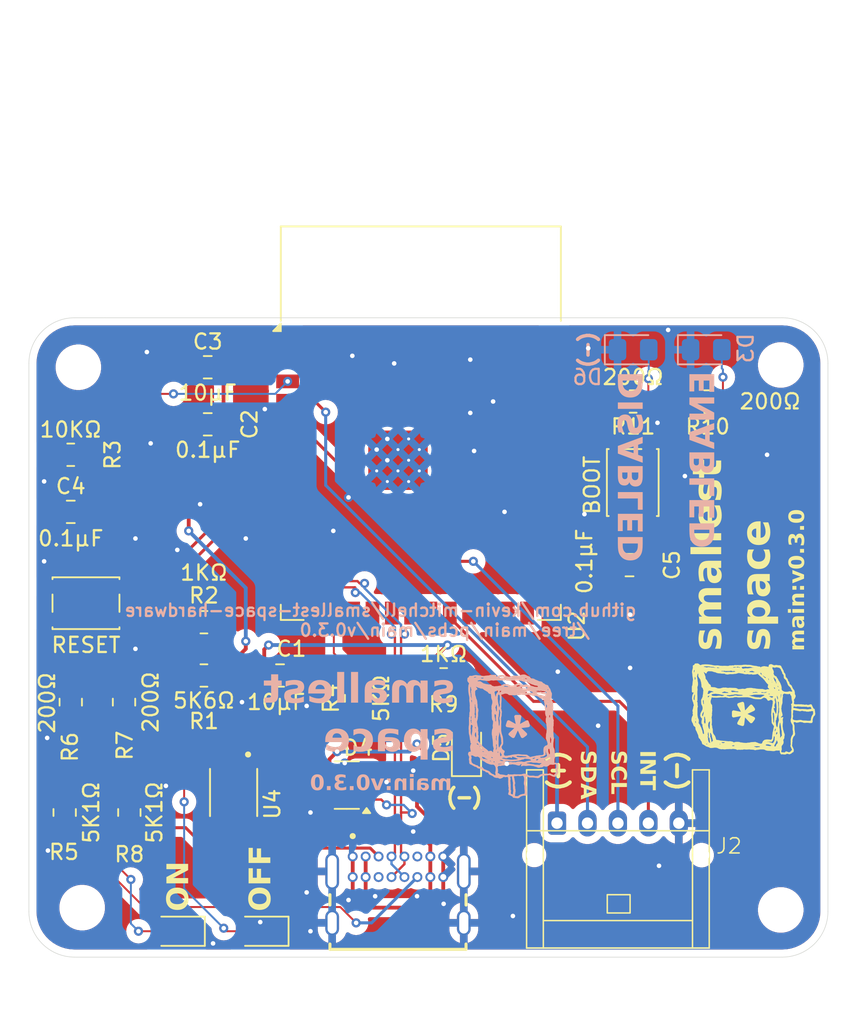
<source format=kicad_pcb>
(kicad_pcb (version 20240108) (generator "pcbnew") (generator_version "8.0")
  (title_block (title "smallest.space main v0.3.0"))
  (layers (0 "F.Cu" signal "Front") (1 "In1.Cu" signal) (2 "In2.Cu" signal) (31 "B.Cu" signal "Back") (34 "B.Paste" user) (35 "F.Paste" user) (36 "B.SilkS" user "B.Silkscreen") (37 "F.SilkS" user "F.Silkscreen") (38 "B.Mask" user) (39 "F.Mask" user) (44 "Edge.Cuts" user))
  (net 0 "")
  (net 1 "GND")
  (net 2 "Net-(U2-EN)")
  (net 4 "+3.3V")
  (net 5 "+5V")
  (net 6 "Net-(U2-IO0)")
  (net 7 "/USB_N")
  (net 9 "/USB_P")
  (net 10 "Net-(U4-ADJ)")
  (net 11 "/GPIO5")
  (net 12 "/GPIO4")
  (net 14 "Net-(D1-A)")
  (net 15 "Net-(D2-A)")
  (net 16 "/LED_ENABLED")
  (net 17 "/LED_DISABLED")
  (net 19 "Net-(D5-A)")
  (net 20 "Net-(J3-CC2)")
  (net 21 "Net-(J3-CC1)")
  (net 22 "Net-(U2-IO46)")
  (net 30 "Net-(D3-A)")
  (net 35 "Net-(D6-A)")
  (net 47 "/GPIO12")
  (net 51 "/LED_ENABLED_BACK")
  (net 52 "/LED_DISABLED_BACK")
  (footprint "Resistor_SMD:R_0805_2012Metric_Pad1.20x1.40mm_HandSolder" (layer "F.Cu") (at 136.5 125 90)
    (property "Reference" "R4" (at 0 -1.65 90) (layer "F.SilkS"))
    (property "Value" "5KΩ" (at 0 1.65 90) (layer "F.SilkS"))
    (pad "1" smd roundrect (at -1 0 90) (size 1.2 1.4) (layers "F.Cu" "F.Paste" "F.Mask") (roundrect_rratio 0.208333) (net 1 "GND"))
    (pad "2" smd roundrect (at 1 0 90) (size 1.2 1.4) (layers "F.Cu" "F.Paste" "F.Mask") (roundrect_rratio 0.208333) (net 22 "Net-(U2-IO46)"))
  )
  (footprint "Resistor_SMD:R_0805_2012Metric_Pad1.20x1.40mm_HandSolder" (layer "F.Cu") (at 117.75 125.25 90)
    (property "Reference" "R6" (at -2.95 -0.05 90) (layer "F.SilkS"))
    (property "Value" "200Ω" (at -0.05 -1.55 90) (layer "F.SilkS"))
    (pad "1" smd roundrect (at -1 0 90) (size 1.2 1.4) (layers "F.Cu" "F.Paste" "F.Mask") (roundrect_rratio 0.208333) (net 14 "Net-(D1-A)"))
    (pad "2" smd roundrect (at 1 0 90) (size 1.2 1.4) (layers "F.Cu" "F.Paste" "F.Mask") (roundrect_rratio 0.208333) (net 16 "/LED_ENABLED"))
  )
  (footprint "LED_SMD:LED_0805_2012Metric_Pad1.15x1.40mm_HandSolder" (layer "F.Cu") (at 124.7 140.3 180)
    (property "Reference" "D1" (hide yes))
    (property "Value" "ENABLED")
    (pad "1" smd roundrect (at -1.025 0 180) (size 1.15 1.4) (layers "F.Cu" "F.Paste" "F.Mask") (roundrect_rratio 0.217391) (net 1 "GND"))
    (pad "2" smd roundrect (at 1.025 0 180) (size 1.15 1.4) (layers "F.Cu" "F.Paste" "F.Mask") (roundrect_rratio 0.217391) (net 14 "Net-(D1-A)"))
  )
  (footprint "LED_SMD:LED_0805_2012Metric_Pad1.15x1.40mm_HandSolder" (layer "F.Cu") (at 143.75 128.25 90)
    (property "Reference" "D5" (at 0 -1.65 90) (layer "F.SilkS"))
    (property "Value" "Power")
    (pad "1" smd roundrect (at -1.025 0 90) (size 1.15 1.4) (layers "F.Cu" "F.Paste" "F.Mask") (roundrect_rratio 0.217391) (net 1 "GND"))
    (pad "2" smd roundrect (at 1.025 0 90) (size 1.15 1.4) (layers "F.Cu" "F.Paste" "F.Mask") (roundrect_rratio 0.217391) (net 19 "Net-(D5-A)"))
  )
  (footprint "LD39200PUR:SON95P300X300X100-7N" (layer "F.Cu") (at 128.45 131.185 -90)
    (property "Reference" "U4" (at 0.765 -2.55 90) (layer "F.SilkS"))
    (property "Value" "LD39200PUR")
    (pad "1" smd roundrect (at -1.435 -0.95 270) (size 0.86 0.4) (layers "F.Cu" "F.Paste" "F.Mask") (roundrect_rratio 0.125) (net 4 "+3.3V"))
    (pad "2" smd roundrect (at -1.435 0 270) (size 0.86 0.4) (layers "F.Cu" "F.Paste" "F.Mask") (roundrect_rratio 0.125) (net 10 "Net-(U4-ADJ)"))
    (pad "3" smd roundrect (at -1.435 0.95 270) (size 0.86 0.4) (layers "F.Cu" "F.Paste" "F.Mask") (roundrect_rratio 0.125) (net 1 "GND"))
    (pad "4" smd roundrect (at 1.435 0.95 270) (size 0.86 0.4) (layers "F.Cu" "F.Paste" "F.Mask") (roundrect_rratio 0.125))
    (pad "5" smd roundrect (at 1.435 0 270) (size 0.86 0.4) (layers "F.Cu" "F.Paste" "F.Mask") (roundrect_rratio 0.125) (net 5 "+5V"))
    (pad "6" smd roundrect (at 1.435 -0.95 270) (size 0.86 0.4) (layers "F.Cu" "F.Paste" "F.Mask") (roundrect_rratio 0.125) (net 5 "+5V"))
    (pad "7" smd rect (at 0 0 270) (size 1.63 2.37) (layers "F.Cu" "F.Mask") (net 1 "GND"))
  )
  (footprint "Resistor_SMD:R_0805_2012Metric_Pad1.20x1.40mm_HandSolder" (layer "F.Cu") (at 154.7 105.5 180)
    (property "Reference" "R11" (at 0 -1.65 0) (layer "F.SilkS"))
    (property "Value" "200Ω" (at 0 1.6 0) (layer "F.SilkS"))
    (pad "1" smd roundrect (at -1 0 180) (size 1.2 1.4) (layers "F.Cu" "F.Paste" "F.Mask") (roundrect_rratio 0.208333) (net 35 "Net-(D6-A)"))
    (pad "2" smd roundrect (at 1 0 180) (size 1.2 1.4) (layers "F.Cu" "F.Paste" "F.Mask") (roundrect_rratio 0.208333) (net 52 "/LED_DISABLED_BACK"))
  )
  (footprint "MountingHole:MountingHole_2.5mm" (layer "F.Cu") (at 164.4 138.9)
    (property "Reference" "H2" (hide yes))
    (property "Value" "MountingHole")
    (pad "" np_thru_hole circle (at 0 0) (size 2.5 2.5) (drill 2.5) (layers "*.Cu" "*.Mask"))
  )
  (footprint "Resistor_SMD:R_0805_2012Metric_Pad1.20x1.40mm_HandSolder" (layer "F.Cu") (at 126.5 120 180)
    (property "Reference" "R2" (at 0 1.75 0) (layer "F.SilkS"))
    (property "Value" "1KΩ" (at 0 3.25 0) (layer "F.SilkS"))
    (pad "1" smd roundrect (at -1 0 180) (size 1.2 1.4) (layers "F.Cu" "F.Paste" "F.Mask") (roundrect_rratio 0.208333) (net 10 "Net-(U4-ADJ)"))
    (pad "2" smd roundrect (at 1 0 180) (size 1.2 1.4) (layers "F.Cu" "F.Paste" "F.Mask") (roundrect_rratio 0.208333) (net 1 "GND"))
  )
  (footprint "Button_Switch_SMD:SW_SPST_PTS810" (layer "F.Cu") (at 118.75 118.75 180)
    (property "Reference" "SW2" (hide yes))
    (property "Value" "RESET" (at 0 -2.75 0) (layer "F.SilkS"))
    (pad "1" smd rect (at -2.075 -1.075 180) (size 1.05 0.65) (layers "F.Cu" "F.Paste" "F.Mask") (net 1 "GND"))
    (pad "1" smd rect (at 2.075 -1.075 180) (size 1.05 0.65) (layers "F.Cu" "F.Paste" "F.Mask") (net 1 "GND"))
    (pad "2" smd rect (at -2.075 1.075 180) (size 1.05 0.65) (layers "F.Cu" "F.Paste" "F.Mask") (net 2 "Net-(U2-EN)"))
    (pad "2" smd rect (at 2.075 1.075 180) (size 1.05 0.65) (layers "F.Cu" "F.Paste" "F.Mask") (net 2 "Net-(U2-EN)"))
  )
  (footprint "smallest-space-footprints:JST_S05B-PASK-2_1x05_P2.00mm_Side_entry" (layer "F.Cu") (at 153.7 133.2)
    (property "Reference" "J2" (at 7.3 1.5 0) (layer "F.SilkS") (effects (font (thickness 0.1))))
    (property "Value" "Conn_01x05_Pin")
    (pad "" np_thru_hole circle (at -5.5 2.1) (size 1 1) (drill 1.1) (layers "F&B.Cu" "*.Mask"))
    (pad "" np_thru_hole circle (at 5.5 2.1) (size 1 1) (drill 1.12) (layers "F&B.Cu" "*.Mask"))
    (pad "1" thru_hole roundrect (at -4 0) (size 1.2 1.524) (drill 0.75) (layers "*.Cu" "*.Mask") (roundrect_rratio 0.2083333333) (net 4 "+3.3V"))
    (pad "2" thru_hole oval (at -2 0) (size 1.2 1.75) (drill 0.75) (layers "*.Cu" "*.Mask") (net 12 "/GPIO4"))
    (pad "3" thru_hole oval (at 0 0) (size 1.2 1.75) (drill 0.75) (layers "*.Cu" "*.Mask") (net 11 "/GPIO5"))
    (pad "4" thru_hole oval (at 2 0) (size 1.2 1.75) (drill 0.75) (layers "*.Cu" "*.Mask") (net 47 "/GPIO12"))
    (pad "5" thru_hole oval (at 4 0) (size 1.2 1.75) (drill 0.75) (layers "*.Cu" "*.Mask") (net 1 "GND"))
  )
  (footprint "Resistor_SMD:R_0805_2012Metric_Pad1.20x1.40mm_HandSolder" (layer "F.Cu") (at 126.5 123.5)
    (property "Reference" "R1" (at 0 3 0) (layer "F.SilkS"))
    (property "Value" "5K6Ω" (at 0 1.65 0) (layer "F.SilkS"))
    (pad "1" smd roundrect (at -1 0) (size 1.2 1.4) (layers "F.Cu" "F.Paste" "F.Mask") (roundrect_rratio 0.208333) (net 10 "Net-(U4-ADJ)"))
    (pad "2" smd roundrect (at 1 0) (size 1.2 1.4) (layers "F.Cu" "F.Paste" "F.Mask") (roundrect_rratio 0.208333) (net 4 "+3.3V"))
  )
  (footprint "MountingHole:MountingHole_2.5mm" (layer "F.Cu") (at 118.5 138.75)
    (property "Reference" "H4" (hide yes))
    (property "Value" "MountingHole")
    (pad "" np_thru_hole circle (at 0 0) (size 2.5 2.5) (drill 2.5) (layers "*.Cu" "*.Mask"))
  )
  (footprint "MountingHole:MountingHole_2.5mm" (layer "F.Cu") (at 118.25 103.25)
    (property "Reference" "H1" (hide yes))
    (property "Value" "MountingHole")
    (pad "" np_thru_hole circle (at 0 0) (size 2.5 2.5) (drill 2.5) (layers "*.Cu" "*.Mask"))
  )
  (footprint "LED_SMD:LED_0805_2012Metric_Pad1.15x1.40mm_HandSolder" (layer "F.Cu") (at 130.2 140.3 180)
    (property "Reference" "D2" (hide yes))
    (property "Value" "DISABLED")
    (pad "1" smd roundrect (at -1.025 0 180) (size 1.15 1.4) (layers "F.Cu" "F.Paste" "F.Mask") (roundrect_rratio 0.217391) (net 1 "GND"))
    (pad "2" smd roundrect (at 1.025 0 180) (size 1.15 1.4) (layers "F.Cu" "F.Paste" "F.Mask") (roundrect_rratio 0.217391) (net 15 "Net-(D2-A)"))
  )
  (footprint "Capacitor_SMD:C_0805_2012Metric_Pad1.18x1.45mm_HandSolder" (layer "F.Cu") (at 126.75 107)
    (property "Reference" "C2" (at 2.75 0 90) (layer "F.SilkS"))
    (property "Value" "0.1µF" (at 0 1.68 0) (layer "F.SilkS"))
    (pad "1" smd roundrect (at -1.0375 0) (size 1.175 1.45) (layers "F.Cu" "F.Paste" "F.Mask") (roundrect_rratio 0.212766) (net 1 "GND"))
    (pad "2" smd roundrect (at 1.0375 0) (size 1.175 1.45) (layers "F.Cu" "F.Paste" "F.Mask") (roundrect_rratio 0.212766) (net 4 "+3.3V"))
  )
  (footprint "Capacitor_SMD:C_0805_2012Metric_Pad1.18x1.45mm_HandSolder" (layer "F.Cu") (at 131.5 123.5)
    (property "Reference" "C1" (at 0.75 -1.75 0) (layer "F.SilkS"))
    (property "Value" "10µF" (at -0.25 1.75 0) (layer "F.SilkS"))
    (pad "1" smd roundrect (at -1.0375 0) (size 1.175 1.45) (layers "F.Cu" "F.Paste" "F.Mask") (roundrect_rratio 0.212766) (net 4 "+3.3V"))
    (pad "2" smd roundrect (at 1.0375 0) (size 1.175 1.45) (layers "F.Cu" "F.Paste" "F.Mask") (roundrect_rratio 0.212766) (net 1 "GND"))
  )
  (footprint "Resistor_SMD:R_0805_2012Metric_Pad1.20x1.40mm_HandSolder" (layer "F.Cu") (at 121.25 125.25 90)
    (property "Reference" "R7" (at -2.85 0.05 90) (layer "F.SilkS"))
    (property "Value" "200Ω" (at 0 1.75 90) (layer "F.SilkS"))
    (pad "1" smd roundrect (at -1 0 90) (size 1.2 1.4) (layers "F.Cu" "F.Paste" "F.Mask") (roundrect_rratio 0.208333) (net 15 "Net-(D2-A)"))
    (pad "2" smd roundrect (at 1 0 90) (size 1.2 1.4) (layers "F.Cu" "F.Paste" "F.Mask") (roundrect_rratio 0.208333) (net 17 "/LED_DISABLED"))
  )
  (footprint "MountingHole:MountingHole_2.5mm" (layer "F.Cu") (at 164.4 103.1)
    (property "Reference" "H3" (hide yes))
    (property "Value" "MountingHole")
    (pad "" np_thru_hole circle (at 0 0) (size 2.5 2.5) (drill 2.5) (layers "*.Cu" "*.Mask"))
  )
  (footprint "Capacitor_SMD:C_0805_2012Metric_Pad1.18x1.45mm_HandSolder" (layer "F.Cu") (at 154.4625 116.25)
    (property "Reference" "C5" (at 2.7875 0 90) (layer "F.SilkS"))
    (property "Value" "0.1µF" (at -2.9625 -0.25 90) (layer "F.SilkS"))
    (pad "1" smd roundrect (at -1.0375 0) (size 1.175 1.45) (layers "F.Cu" "F.Paste" "F.Mask") (roundrect_rratio 0.212766) (net 6 "Net-(U2-IO0)"))
    (pad "2" smd roundrect (at 1.0375 0) (size 1.175 1.45) (layers "F.Cu" "F.Paste" "F.Mask") (roundrect_rratio 0.212766) (net 1 "GND"))
  )
  (footprint "USB4085-GF-A_REVB:GCT_USB4085-GF-A_REVB" (layer "F.Cu") (at 139.25 139.75)
    (property "Reference" "J3" (hide yes))
    (property "Value" "USB4085-GF-A_REVB")
    (pad "A1" thru_hole circle (at -2.975 -4.36) (size 0.65 0.65) (drill 0.4) (layers "*.Cu" "*.Mask") (net 1 "GND"))
    (pad "A4" thru_hole circle (at -2.125 -4.36) (size 0.65 0.65) (drill 0.4) (layers "*.Cu" "*.Mask") (net 5 "+5V"))
    (pad "A5" thru_hole circle (at -1.275 -4.36) (size 0.65 0.65) (drill 0.4) (layers "*.Cu" "*.Mask") (net 21 "Net-(J3-CC1)"))
    (pad "A6" thru_hole circle (at -0.425 -4.36) (size 0.65 0.65) (drill 0.4) (layers "*.Cu" "*.Mask") (net 9 "/USB_P"))
    (pad "A7" thru_hole circle (at 0.425 -4.36) (size 0.65 0.65) (drill 0.4) (layers "*.Cu" "*.Mask") (net 7 "/USB_N"))
    (pad "A8" thru_hole circle (at 1.275 -4.36) (size 0.65 0.65) (drill 0.4) (layers "*.Cu" "*.Mask"))
    (pad "A9" thru_hole circle (at 2.125 -4.36) (size 0.65 0.65) (drill 0.4) (layers "*.Cu" "*.Mask") (net 5 "+5V"))
    (pad "A12" thru_hole circle (at 2.975 -4.36) (size 0.65 0.65) (drill 0.4) (layers "*.Cu" "*.Mask") (net 1 "GND"))
    (pad "B1" thru_hole circle (at 2.975 -3.01) (size 0.65 0.65) (drill 0.4) (layers "*.Cu" "*.Mask") (net 1 "GND"))
    (pad "B4" thru_hole circle (at 2.125 -3.01) (size 0.65 0.65) (drill 0.4) (layers "*.Cu" "*.Mask") (net 5 "+5V"))
    (pad "B5" thru_hole circle (at 1.275 -3.01) (size 0.65 0.65) (drill 0.4) (layers "*.Cu" "*.Mask") (net 20 "Net-(J3-CC2)"))
    (pad "B6" thru_hole circle (at 0.425 -3.01) (size 0.65 0.65) (drill 0.4) (layers "*.Cu" "*.Mask") (net 9 "/USB_P"))
    (pad "B7" thru_hole circle (at -0.425 -3.01) (size 0.65 0.65) (drill 0.4) (layers "*.Cu" "*.Mask") (net 7 "/USB_N"))
    (pad "B8" thru_hole circle (at -1.275 -3.01) (size 0.65 0.65) (drill 0.4) (layers "*.Cu" "*.Mask"))
    (pad "B9" thru_hole circle (at -2.125 -3.01) (size 0.65 0.65) (drill 0.4) (layers "*.Cu" "*.Mask") (net 5 "+5V"))
    (pad "B12" thru_hole circle (at -2.975 -3.01) (size 0.65 0.65) (drill 0.4) (layers "*.Cu" "*.Mask") (net 1 "GND"))
    (pad "S1" thru_hole oval (at -4.325 0) (size 0.9 1.7) (drill oval 0.6 1.4) (layers "*.Cu" "*.Mask") (net 1 "GND"))
    (pad "S2" thru_hole oval (at 4.325 0) (size 0.9 1.7) (drill oval 0.6 1.4) (layers "*.Cu" "*.Mask") (net 1 "GND"))
    (pad "S3" thru_hole oval (at -4.325 -3.38) (size 0.9 2.4) (drill oval 0.6 2.1) (layers "*.Cu" "*.Mask") (net 1 "GND"))
    (pad "S4" thru_hole oval (at 4.325 -3.38) (size 0.9 2.4) (drill oval 0.6 2.1) (layers "*.Cu" "*.Mask") (net 1 "GND"))
  )
  (footprint "Capacitor_SMD:C_0805_2012Metric_Pad1.18x1.45mm_HandSolder" (layer "F.Cu") (at 117.75 112.75)
    (property "Reference" "C4" (at 0 -1.68 0) (layer "F.SilkS"))
    (property "Value" "0.1µF" (at 0 1.75 0) (layer "F.SilkS"))
    (pad "1" smd roundrect (at -1.0375 0) (size 1.175 1.45) (layers "F.Cu" "F.Paste" "F.Mask") (roundrect_rratio 0.212766) (net 2 "Net-(U2-EN)"))
    (pad "2" smd roundrect (at 1.0375 0) (size 1.175 1.45) (layers "F.Cu" "F.Paste" "F.Mask") (roundrect_rratio 0.212766) (net 1 "GND"))
  )
  (footprint "smallest-space-graphics-footprint:smallest_space_1" (layer "F.Cu") (at 162.6 125.7 90)
    (property "Reference" "G***" (hide yes))
    (property "Value" "LOGO" (hide yes))
  )
  (footprint "Capacitor_SMD:C_0805_2012Metric_Pad1.18x1.45mm_HandSolder" (layer "F.Cu") (at 126.75 103.25)
    (property "Reference" "C3" (at 0 -1.68 0) (layer "F.SilkS"))
    (property "Value" "10µF" (at 0 1.68 0) (layer "F.SilkS"))
    (pad "1" smd roundrect (at -1.0375 0) (size 1.175 1.45) (layers "F.Cu" "F.Paste" "F.Mask") (roundrect_rratio 0.212766) (net 1 "GND"))
    (pad "2" smd roundrect (at 1.0375 0) (size 1.175 1.45) (layers "F.Cu" "F.Paste" "F.Mask") (roundrect_rratio 0.212766) (net 4 "+3.3V"))
  )
  (footprint "Button_Switch_SMD:SW_SPST_PTS810" (layer "F.Cu") (at 154.675 110.825 -90)
    (property "Reference" "SW1" (hide yes))
    (property "Value" "BOOT" (at 0.175 2.675 90) (layer "F.SilkS"))
    (pad "1" smd rect (at -2.075 -1.075 270) (size 1.05 0.65) (layers "F.Cu" "F.Paste" "F.Mask") (net 1 "GND"))
    (pad "1" smd rect (at 2.075 -1.075 270) (size 1.05 0.65) (layers "F.Cu" "F.Paste" "F.Mask") (net 1 "GND"))
    (pad "2" smd rect (at -2.075 1.075 270) (size 1.05 0.65) (layers "F.Cu" "F.Paste" "F.Mask") (net 6 "Net-(U2-IO0)"))
    (pad "2" smd rect (at 2.075 1.075 270) (size 1.05 0.65) (layers "F.Cu" "F.Paste" "F.Mask") (net 6 "Net-(U2-IO0)"))
  )
  (footprint "Resistor_SMD:R_0805_2012Metric_Pad1.20x1.40mm_HandSolder" (layer "F.Cu") (at 142.25 123.75 180)
    (property "Reference" "R9" (at 0 -1.65 0) (layer "F.SilkS"))
    (property "Value" "1KΩ" (at 0 1.65 0) (layer "F.SilkS"))
    (pad "1" smd roundrect (at -1 0 180) (size 1.2 1.4) (layers "F.Cu" "F.Paste" "F.Mask") (roundrect_rratio 0.208333) (net 19 "Net-(D5-A)"))
    (pad "2" smd roundrect (at 1 0 180) (size 1.2 1.4) (layers "F.Cu" "F.Paste" "F.Mask") (roundrect_rratio 0.208333) (net 4 "+3.3V"))
  )
  (footprint "RF_Module:ESP32-S3-WROOM-1" (layer "F.Cu") (at 140.75 106.9)
    (property "Reference" "U2" (at 10.25 13.35 90) (layer "F.SilkS"))
    (property "Value" "ESP32-S3-WROOM-1")
    (pad "1" smd rect (at -8.75 -5.26) (size 1.5 0.9) (layers "F.Cu" "F.Paste" "F.Mask") (net 1 "GND"))
    (pad "2" smd rect (at -8.75 -3.99) (size 1.5 0.9) (layers "F.Cu" "F.Paste" "F.Mask") (net 4 "+3.3V"))
    (pad "3" smd rect (at -8.75 -2.72) (size 1.5 0.9) (layers "F.Cu" "F.Paste" "F.Mask") (net 2 "Net-(U2-EN)"))
    (pad "4" smd rect (at -8.75 -1.45) (size 1.5 0.9) (layers "F.Cu" "F.Paste" "F.Mask") (net 12 "/GPIO4"))
    (pad "5" smd rect (at -8.75 -0.18) (size 1.5 0.9) (layers "F.Cu" "F.Paste" "F.Mask") (net 11 "/GPIO5"))
    (pad "6" smd rect (at -8.75 1.09) (size 1.5 0.9) (layers "F.Cu" "F.Paste" "F.Mask") (net 16 "/LED_ENABLED"))
    (pad "7" smd rect (at -8.75 2.36) (size 1.5 0.9) (layers "F.Cu" "F.Paste" "F.Mask") (net 17 "/LED_DISABLED"))
    (pad "8" smd rect (at -8.75 3.63) (size 1.5 0.9) (layers "F.Cu" "F.Paste" "F.Mask"))
    (pad "9" smd rect (at -8.75 4.9) (size 1.5 0.9) (layers "F.Cu" "F.Paste" "F.Mask"))
    (pad "10" smd rect (at -8.75 6.17) (size 1.5 0.9) (layers "F.Cu" "F.Paste" "F.Mask"))
    (pad "11" smd rect (at -8.75 7.44) (size 1.5 0.9) (layers "F.Cu" "F.Paste" "F.Mask"))
    (pad "12" smd rect (at -8.75 8.71) (size 1.5 0.9) (layers "F.Cu" "F.Paste" "F.Mask"))
    (pad "13" smd rect (at -8.75 9.98) (size 1.5 0.9) (layers "F.Cu" "F.Paste" "F.Mask") (net 7 "/USB_N"))
    (pad "14" smd rect (at -8.75 11.25 180) (size 1.5 0.9) (layers "F.Cu" "F.Paste" "F.Mask") (net 9 "/USB_P"))
    (pad "15" smd rect (at -6.985 12.5 270) (size 1.5 0.9) (layers "F.Cu" "F.Paste" "F.Mask"))
    (pad "16" smd rect (at -5.715 12.5 270) (size 1.5 0.9) (layers "F.Cu" "F.Paste" "F.Mask") (net 22 "Net-(U2-IO46)"))
    (pad "17" smd rect (at -4.445 12.5 270) (size 1.5 0.9) (layers "F.Cu" "F.Paste" "F.Mask"))
    (pad "18" smd rect (at -3.175 12.5 270) (size 1.5 0.9) (layers "F.Cu" "F.Paste" "F.Mask"))
    (pad "19" smd rect (at -1.905 12.5 270) (size 1.5 0.9) (layers "F.Cu" "F.Paste" "F.Mask"))
    (pad "20" smd rect (at -0.635 12.5 270) (size 1.5 0.9) (layers "F.Cu" "F.Paste" "F.Mask"))
    (pad "21" smd rect (at 0.635 12.5 270) (size 1.5 0.9) (layers "F.Cu" "F.Paste" "F.Mask"))
    (pad "22" smd rect (at 1.905 12.5 270) (size 1.5 0.9) (layers "F.Cu" "F.Paste" "F.Mask") (net 47 "/GPIO12"))
    (pad "23" smd rect (at 3.175 12.5 270) (size 1.5 0.9) (layers "F.Cu" "F.Paste" "F.Mask"))
    (pad "24" smd rect (at 4.445 12.5 270) (size 1.5 0.9) (layers "F.Cu" "F.Paste" "F.Mask"))
    (pad "25" smd rect (at 5.715 12.5 270) (size 1.5 0.9) (layers "F.Cu" "F.Paste" "F.Mask"))
    (pad "26" smd rect (at 6.985 12.5 270) (size 1.5 0.9) (layers "F.Cu" "F.Paste" "F.Mask"))
    (pad "27" smd rect (at 8.75 11.25) (size 1.5 0.9) (layers "F.Cu" "F.Paste" "F.Mask") (net 6 "Net-(U2-IO0)"))
    (pad "28" smd rect (at 8.75 9.98) (size 1.5 0.9) (layers "F.Cu" "F.Paste" "F.Mask"))
    (pad "29" smd rect (at 8.75 8.71) (size 1.5 0.9) (layers "F.Cu" "F.Paste" "F.Mask"))
    (pad "30" smd rect (at 8.75 7.44) (size 1.5 0.9) (layers "F.Cu" "F.Paste" "F.Mask"))
    (pad "31" smd rect (at 8.75 6.17) (size 1.5 0.9) (layers "F.Cu" "F.Paste" "F.Mask"))
    (pad "32" smd rect (at 8.75 4.9) (size 1.5 0.9) (layers "F.Cu" "F.Paste" "F.Mask"))
    (pad "33" smd rect (at 8.75 3.63) (size 1.5 0.9) (layers "F.Cu" "F.Paste" "F.Mask") (net 51 "/LED_ENABLED_BACK"))
    (pad "34" smd rect (at 8.75 2.36) (size 1.5 0.9) (layers "F.Cu" "F.Paste" "F.Mask") (net 52 "/LED_DISABLED_BACK"))
    (pad "35" smd rect (at 8.75 1.09) (size 1.5 0.9) (layers "F.Cu" "F.Paste" "F.Mask"))
    (pad "36" smd rect (at 8.75 -0.18) (size 1.5 0.9) (layers "F.Cu" "F.Paste" "F.Mask"))
    (pad "37" smd rect (at 8.75 -1.45) (size 1.5 0.9) (layers "F.Cu" "F.Paste" "F.Mask"))
    (pad "38" smd rect (at 8.75 -2.72) (size 1.5 0.9) (layers "F.Cu" "F.Paste" "F.Mask"))
    (pad "39" smd rect (at 8.75 -3.99) (size 1.5 0.9) (layers "F.Cu" "F.Paste" "F.Mask"))
    (pad "40" smd rect (at 8.75 -5.26) (size 1.5 0.9) (layers "F.Cu" "F.Paste" "F.Mask") (net 1 "GND"))
    (pad "41" thru_hole circle (at -2.9 1.76 90) (size 0.6 0.6) (drill 0.3) (property pad_prop_heatsink) (layers "*.Cu" "F.Mask") (net 1 "GND"))
    (pad "41" thru_hole circle (at -2.9 3.16) (size 0.6 0.6) (drill 0.2) (property pad_prop_heatsink) (layers "*.Cu" "F.Mask") (net 1 "GND"))
    (pad "41" thru_hole circle (at -2.2 1.06) (size 0.6 0.6) (drill 0.3) (property pad_prop_heatsink) (layers "*.Cu" "F.Mask") (net 1 "GND"))
    (pad "41" thru_hole circle (at -2.2 2.46) (size 0.6 0.6) (drill 0.3) (property pad_prop_heatsink) (layers "*.Cu" "F.Mask") (net 1 "GND"))
    (pad "41" thru_hole circle (at -2.2 3.86) (size 0.6 0.6) (drill 0.2) (property pad_prop_heatsink) (layers "*.Cu" "F.Mask") (net 1 "GND"))
    (pad "41" thru_hole circle (at -1.5 1.76) (size 0.6 0.6) (drill 0.2) (property pad_prop_heatsink) (layers "*.Cu" "F.Mask") (net 1 "GND"))
    (pad "41" smd rect (at -1.5 2.46 270) (size 3.9 3.9) (layers "F.Cu" "F.Mask") (net 1 "GND"))
    (pad "41" thru_hole circle (at -1.5 3.16) (size 0.6 0.6) (drill 0.2) (property pad_prop_heatsink) (layers "*.Cu" "F.Mask") (net 1 "GND"))
    (pad "41" thru_hole circle (at -0.8 1.06) (size 0.6 0.6) (drill 0.2) (property pad_prop_heatsink) (layers "*.Cu" "F.Mask") (net 1 "GND"))
    (pad "41" thru_hole circle (at -0.8 2.46) (size 0.6 0.6) (drill 0.2) (property pad_prop_heatsink) (layers "*.Cu" "F.Mask") (net 1 "GND"))
    (pad "41" thru_hole circle (at -0.8 3.86) (size 0.6 0.6) (drill 0.2) (property pad_prop_heatsink) (layers "*.Cu" "F.Mask") (net 1 "GND"))
    (pad "41" thru_hole circle (at -0.1 1.76) (size 0.6 0.6) (drill 0.2) (property pad_prop_heatsink) (layers "*.Cu" "F.Mask") (net 1 "GND"))
    (pad "41" thru_hole circle (at -0.1 3.16) (size 0.6 0.6) (drill 0.2) (property pad_prop_heatsink) (layers "*.Cu" "F.Mask") (net 1 "GND"))
    (zone (net 0) (net_name "") (layers "F.Cu" "In1.Cu" "B.Cu") (connect_pads (clearance 0)) (min_thickness 0.254)
      (keepout (tracks not_allowed) (vias not_allowed) (pads not_allowed) (copperpour not_allowed) (footprints not_allowed))
      (fill (thermal_gap 0.508) (thermal_bridge_width 0.508))
      (polygon (pts (xy 116.75 100.15) (xy 164.75 100.15) (xy 164.75 79.15) (xy 116.75 79.15)))
    )
  )
  (footprint "Resistor_SMD:R_0805_2012Metric_Pad1.20x1.40mm_HandSolder" (layer "F.Cu") (at 159.6 105.5 180)
    (property "Reference" "R10" (at 0 -1.65 0) (layer "F.SilkS"))
    (property "Value" "200Ω" (at -4.1 0 0) (layer "F.SilkS"))
    (pad "1" smd roundrect (at -1 0 180) (size 1.2 1.4) (layers "F.Cu" "F.Paste" "F.Mask") (roundrect_rratio 0.208333) (net 30 "Net-(D3-A)"))
    (pad "2" smd roundrect (at 1 0 180) (size 1.2 1.4) (layers "F.Cu" "F.Paste" "F.Mask") (roundrect_rratio 0.208333) (net 51 "/LED_ENABLED_BACK"))
  )
  (footprint "Package_TO_SOT_SMD:SOT-23-6" (layer "F.Cu") (at 135.8875 130.7 180)
    (property "Reference" "D4" (at -0.75 2.45 0) (layer "F.SilkS"))
    (property "Value" "ESDA6V1BC6")
    (pad "1" smd roundrect (at -1.1375 -0.95 180) (size 1.325 0.6) (layers "F.Cu" "F.Paste" "F.Mask") (net 7 "/USB_N"))
    (pad "2" smd roundrect (at -1.1375 0 180) (size 1.325 0.6) (layers "F.Cu" "F.Paste" "F.Mask") (net 1 "GND"))
    (pad "3" smd roundrect (at -1.1375 0.95 180) (size 1.325 0.6) (layers "F.Cu" "F.Paste" "F.Mask") (net 9 "/USB_P"))
    (pad "4" smd roundrect (at 1.1375 0.95 180) (size 1.325 0.6) (layers "F.Cu" "F.Paste" "F.Mask") (net 5 "+5V"))
    (pad "5" smd roundrect (at 1.1375 0 180) (size 1.325 0.6) (layers "F.Cu" "F.Paste" "F.Mask") (net 1 "GND"))
    (pad "6" smd roundrect (at 1.1375 -0.95 180) (size 1.325 0.6) (layers "F.Cu" "F.Paste" "F.Mask"))
  )
  (footprint "Resistor_SMD:R_0805_2012Metric_Pad1.20x1.40mm_HandSolder" (layer "F.Cu") (at 121.6 132.5 90)
    (property "Reference" "R8" (at -2.75 0 180) (layer "F.SilkS"))
    (property "Value" "5K1Ω" (at 0 1.65 90) (layer "F.SilkS"))
    (pad "1" smd roundrect (at -1 0 90) (size 1.2 1.4) (layers "F.Cu" "F.Paste" "F.Mask") (roundrect_rratio 0.208333) (net 21 "Net-(J3-CC1)"))
    (pad "2" smd roundrect (at 1 0 90) (size 1.2 1.4) (layers "F.Cu" "F.Paste" "F.Mask") (roundrect_rratio 0.208333) (net 1 "GND"))
  )
  (footprint "Resistor_SMD:R_0805_2012Metric_Pad1.20x1.40mm_HandSolder" (layer "F.Cu") (at 117.35 132.5 90)
    (property "Reference" "R5" (at -2.6 -0.05 180) (layer "F.SilkS"))
    (property "Value" "5K1Ω" (at 0 1.75 90) (layer "F.SilkS"))
    (pad "1" smd roundrect (at -1 0 90) (size 1.2 1.4) (layers "F.Cu" "F.Paste" "F.Mask") (roundrect_rratio 0.208333) (net 20 "Net-(J3-CC2)"))
    (pad "2" smd roundrect (at 1 0 90) (size 1.2 1.4) (layers "F.Cu" "F.Paste" "F.Mask") (roundrect_rratio 0.208333) (net 1 "GND"))
  )
  (footprint "Resistor_SMD:R_0805_2012Metric_Pad1.20x1.40mm_HandSolder" (layer "F.Cu") (at 117.75 109 180)
    (property "Reference" "R3" (at -2.75 0 90) (layer "F.SilkS"))
    (property "Value" "10KΩ" (at 0 1.65 0) (layer "F.SilkS"))
    (pad "1" smd roundrect (at -1 0 180) (size 1.2 1.4) (layers "F.Cu" "F.Paste" "F.Mask") (roundrect_rratio 0.208333) (net 4 "+3.3V"))
    (pad "2" smd roundrect (at 1 0 180) (size 1.2 1.4) (layers "F.Cu" "F.Paste" "F.Mask") (roundrect_rratio 0.208333) (net 2 "Net-(U2-EN)"))
  )
  (footprint "smallest-space-graphics-footprint:smallest_space_1" (layer "B.Cu") (at 146.8 127.5 180)
    (property "Reference" "G***" (hide yes))
    (property "Value" "LOGO" (hide yes))
  )
  (footprint "LED_SMD:LED_0805_2012Metric_Pad1.15x1.40mm_HandSolder" (layer "B.Cu") (at 154.7 102.1)
    (property "Reference" "D6" (at -3 1.8 0) (layer "B.SilkS") (effects (justify mirror)))
    (property "Value" "DISABLED")
    (pad "1" smd roundrect (at -1.025 0) (size 1.15 1.4) (layers "B.Cu" "B.Paste" "B.Mask") (roundrect_rratio 0.217391) (net 1 "GND"))
    (pad "2" smd roundrect (at 1.025 0) (size 1.15 1.4) (layers "B.Cu" "B.Paste" "B.Mask") (roundrect_rratio 0.217391) (net 35 "Net-(D6-A)"))
  )
  (footprint "LED_SMD:LED_0805_2012Metric_Pad1.15x1.40mm_HandSolder" (layer "B.Cu") (at 159.5 102.1)
    (property "Reference" "D3" (at 2.6 -0.1 90) (layer "B.SilkS") (effects (justify mirror)))
    (property "Value" "ENABLED")
    (pad "1" smd roundrect (at -1.025 0) (size 1.15 1.4) (layers "B.Cu" "B.Paste" "B.Mask") (roundrect_rratio 0.217391) (net 1 "GND"))
    (pad "2" smd roundrect (at 1.025 0) (size 1.15 1.4) (layers "B.Cu" "B.Paste" "B.Mask") (roundrect_rratio 0.217391) (net 30 "Net-(D3-A)"))
  )
  (gr_arc (start 167.5 139) (mid 166.62132 141.12132) (end 164.5 142) (stroke (width 0.0381)) (layer "Edge.Cuts"))
  (gr_line (start 167.5 103) (end 167.5 139) (stroke (width 0.0381)) (layer "Edge.Cuts"))
  (gr_line (start 115 139) (end 115 103) (stroke (width 0.0381)) (layer "Edge.Cuts"))
  (gr_line (start 164.5 142) (end 118 142) (stroke (width 0.0381)) (layer "Edge.Cuts"))
  (gr_arc (start 115 103) (mid 115.87868 100.87868) (end 118 100) (stroke (width 0.0381)) (layer "Edge.Cuts"))
  (gr_line (start 118 100) (end 120 100) (stroke (width 0.0381)) (layer "Edge.Cuts"))
  (gr_arc (start 118 142) (mid 115.87868 141.12132) (end 115 139) (stroke (width 0.0381)) (layer "Edge.Cuts"))
  (gr_arc (start 164.5 100) (mid 166.62132 100.87868) (end 167.5 103) (stroke (width 0.0381)) (layer "Edge.Cuts"))
  (gr_line (start 120 100) (end 164.5 100) (stroke (width 0.0381)) (layer "Edge.Cuts"))
  (gr_text "main:v0.3.0" (at 142.8 131.2 0) (layer "B.SilkS") (effects (font (size 1 1) (thickness 0.175) (bold yes)) (justify left bottom mirror)))
  (gr_text "smallest\nspace" (at 143 128.8 0) (layer "B.SilkS") (effects (font (size 1.9 1.9) (thickness 0.3048) (bold yes)) (justify left bottom mirror)))
  (gr_text "(-)" (at 152.2 100.8 90) (layer "B.SilkS") (effects (font (size 0.9 0.9) (thickness 0.225) (bold yes)) (justify left bottom mirror)))
  (gr_text "DISABLED" (at 155.6 103.5 90) (layer "B.SilkS") (effects (font (size 1.6 1.6) (thickness 0.3048) (bold yes)) (justify left bottom mirror)))
  (gr_text "github.com/kevin-mitchell/smallest-space-hardware\n	/tree/main/pcbs/main/v0.3.0" (at 155 121 0) (layer "B.SilkS") (effects (font (size 0.8128 0.8128) (thickness 0.1524) (bold yes)) (justify left bottom mirror)))
  (gr_text "ENABLED" (at 160.3 103.5 90) (layer "B.SilkS") (effects (font (size 1.6 1.6) (thickness 0.3048) (bold yes)) (justify left bottom mirror)))
  (gr_text "ON" (at 125.7 139 90) (layer "F.SilkS") (effects (font (size 1.4 1.4) (thickness 0.3048) (bold yes)) (justify left bottom)))
  (gr_text "smallest\nspace" (at 164 121.9 90) (layer "F.SilkS") (effects (font (size 1.9 1.9) (thickness 0.3048) (bold yes)) (justify left bottom)))
  (gr_text "OFF" (at 131.1 139 90) (layer "F.SilkS") (effects (font (size 1.4 1.4) (thickness 0.3048) (bold yes)) (justify left bottom)))
  (gr_text "INT" (at 155 128.4 270) (layer "F.SilkS") (effects (font (size 1 1) (thickness 0.25) (bold yes)) (justify left bottom)))
  (gr_text "(-)" (at 158.1 131.2 90) (layer "F.SilkS") (effects (font (size 1 1) (thickness 0.25) (bold yes)) (justify left bottom)))
  (gr_text "(-)" (at 142.3 132 0) (layer "F.SilkS") (effects (font (size 0.9 0.9) (thickness 0.225) (bold yes)) (justify left bottom)))
  (gr_text "main:v0.3.0" (at 166.1 121.9 90) (layer "F.SilkS") (effects (font (size 1 1) (thickness 0.175) (bold yes)) (justify left bottom)))
  (gr_text "(+)" (at 150.3 131.2 90) (layer "F.SilkS") (effects (font (size 1 1) (thickness 0.25) (bold yes)) (justify left bottom)))
  (gr_text "SCL" (at 153.1 128.4 -90) (layer "F.SilkS") (effects (font (size 1 1) (thickness 0.25) (bold yes)) (justify left bottom)))
  (gr_text "SDA" (at 151.1 128.4 -90) (layer "F.SilkS") (effects (font (size 1 1) (thickness 0.25) (bold yes)) (justify left bottom)))
  (segment (start 142.225 138.475) (end 142.25 138.5) (width 0.25) (layer "F.Cu") (net 1))
  (segment (start 136.275 136.74) (end 136.275 137.975) (width 0.25) (layer "F.Cu") (net 1))
  (segment (start 142.225 136.74) (end 142.225 135.39) (width 0.25) (layer "F.Cu") (net 1))
  (segment (start 142.225 136.74) (end 142.225 138.475) (width 0.25) (layer "F.Cu") (net 1))
  (segment (start 136.275 135.39) (end 136.275 136.74) (width 0.25) (layer "F.Cu") (net 1))
  (segment (start 136.275 137.975) (end 136 138.25) (width 0.25) (layer "F.Cu") (net 1))
  (via (at 154.5 123) (size 0.6) (drill 0.3) (layers "F.Cu" "B.Cu") (net 1))
  (via (at 137.75 138) (size 0.6) (drill 0.3) (layers "F.Cu" "B.Cu") (net 1))
  (via (at 133.5 140.3) (size 0.6) (drill 0.3) (layers "F.Cu" "B.Cu") (net 1))
  (via (at 130.2 139.7) (size 0.6) (drill 0.3) (layers "F.Cu" "B.Cu") (net 1))
  (via (at 116.2 127.6) (size 0.6) (drill 0.3) (layers "F.Cu" "B.Cu") (net 1))
  (via (at 138.5 130.5) (size 0.6) (drill 0.3) (layers "F.Cu" "B.Cu") (net 1))
  (via (at 156.3 106.9) (size 0.6) (drill 0.3) (layers "F.Cu" "B.Cu") (net 1))
  (via (at 151.75 102) (size 0.6) (drill 0.3) (layers "F.Cu" "B.Cu") (net 1))
  (via (at 146.8 139.3) (size 0.6) (drill 0.3) (layers "F.Cu" "B.Cu") (net 1))
  (via (at 149.75 123.25) (size 0.6) (drill 0.3) (layers "F.Cu" "B.Cu") (net 1))
  (via (at 126.25 112.25) (size 0.6) (drill 0.3) (layers "F.Cu" "B.Cu") (net 1))
  (via (at 116.25 135) (size 0.6) (drill 0.3) (layers "F.Cu" "B.Cu") (net 1))
  (via (at 133.5 132.5) (size 0.6) (drill 0.3) (layers "F.Cu" "B.Cu") (net 1))
  (via (at 152.4 126.8) (size 0.6) (drill 0.3) (layers "F.Cu" "B.Cu") (net 1))
  (via (at 122 121.75) (size 0.6) (drill 0.3) (layers "F.Cu" "B.Cu") (net 1))
  (via (at 135 114) (size 0.6) (drill 0.3) (layers "F.Cu" "B.Cu") (net 1))
  (via (at 163.5 109) (size 0.6) (drill 0.3) (layers "F.Cu" "B.Cu") (net 1))
  (via (at 124 130.75) (size 0.6) (drill 0.3) (layers "F.Cu" "B.Cu") (net 1))
  (via (at 124.75 115.25) (size 0.6) (drill 0.3) (layers "F.Cu" "B.Cu") (net 1))
  (via (at 144 102.75) (size 0.6) (drill 0.3) (layers "F.Cu" "B.Cu") (net 1))
  (via (at 158.1 110.4) (size 0.6) (drill 0.3) (layers "F.Cu" "B.Cu") (net 1))
  (via (at 144.25 108.75) (size 0.6) (drill 0.3) (layers "F.Cu" "B.Cu") (net 1))
  (via (at 129.25 114.5) (size 0.6) (drill 0.3) (layers "F.Cu" "B.Cu") (net 1))
  (via (at 123 108.25) (size 0.6) (drill 0.3) (layers "F.Cu" "B.Cu") (net 1))
  (via (at 142.25 138.5) (size 0.6) (drill 0.3) (layers "F.Cu" "B.Cu") (net 1))
  (via (at 145.5 105.5) (size 0.6) (drill 0.3) (layers "F.Cu" "B.Cu") (net 1))
  (via (at 129 125.25) (size 0.6) (drill 0.3) (layers "F.Cu" "B.Cu") (net 1))
  (via (at 127.1 141.1) (size 0.6) (drill 0.3) (layers "F.Cu" "B.Cu") (net 1))
  (via (at 133.25 137.75) (size 0.6) (drill 0.3) (layers "F.Cu" "B.Cu") (net 1))
  (via (at 140.5 138) (size 0.6) (drill 0.3) (layers "F.Cu" "B.Cu") (net 1))
  (via (at 136 111.8) (size 0.6) (drill 0.3) (layers "F.Cu" "B.Cu") (net 1))
  (via (at 146.4 129.3) (size 0.6) (drill 0.3) (layers "F.Cu" "B.Cu") (net 1))
  (via (at 157 100.8) (size 0.6) (drill 0.3) (layers "F.Cu" "B.Cu") (net 1))
  (via (at 146.25 112.75) (size 0.6) (drill 0.3) (layers "F.Cu" "B.Cu") (net 1))
  (via (at 140.25 129.75) (size 0.6) (drill 0.3) (layers "F.Cu" "B.Cu") (net 1))
  (via (at 135.75 129.25) (size 0.6) (drill 0.3) (layers "F.Cu" "B.Cu") (net 1))
  (via (at 140.25 133.75) (size 0.6) (drill 0.3) (layers "F.Cu" "B.Cu") (net 1))
  (via (at 139 103) (size 0.6) (drill 0.3) (layers "F.Cu" "B.Cu") (net 1))
  (via (at 122.75 102.25) (size 0.6) (drill 0.3) (layers "F.Cu" "B.Cu") (net 1))
  (via (at 133.25 125.5) (size 0.6) (drill 0.3) (layers "F.Cu" "B.Cu") (net 1))
  (via (at 151.5 112.9) (size 0.6) (drill 0.3) (layers "F.Cu" "B.Cu") (net 1))
  (via (at 156.4 136) (size 0.6) (drill 0.3) (layers "F.Cu" "B.Cu") (net 1))
  (via (at 144 106.25) (size 0.6) (drill 0.3) (layers "F.Cu" "B.Cu") (net 1))
  (via (at 116 110.75) (size 0.6) (drill 0.3) (layers "F.Cu" "B.Cu") (net 1))
  (via (at 136 138.25) (size 0.6) (drill 0.3) (layers "F.Cu" "B.Cu") (net 1))
  (via (at 130.5 106) (size 0.6) (drill 0.3) (layers "F.Cu" "B.Cu") (net 1))
  (via (at 154.5 119.5) (size 0.6) (drill 0.3) (layers "F.Cu" "B.Cu") (net 1))
  (via (at 122 114.5) (size 0.6) (drill 0.3) (layers "F.Cu" "B.Cu") (net 1))
  (via (at 136.25 102.5) (size 0.6) (drill 0.3) (layers "F.Cu" "B.Cu") (net 1))
  (via (at 116 116) (size 0.6) (drill 0.3) (layers "F.Cu" "B.Cu") (net 1))
  (segment (start 116.7125 117.6375) (end 116.675 117.675) (width 0.127) (layer "F.Cu") (net 2))
  (segment (start 120.75 105) (end 116.75 109) (width 0.127) (layer "F.Cu") (net 2))
  (segment (start 116.7125 112.75) (end 116.7125 117.6375) (width 0.127) (layer "F.Cu") (net 2))
  (segment (start 116.675 117.675) (end 120.825 117.675) (width 0.127) (layer "F.Cu") (net 2))
  (segment (start 116.75 109) (end 116.75 112.7125) (width 0.127) (layer "F.Cu") (net 2))
  (segment (start 124.5 105) (end 120.75 105) (width 0.127) (layer "F.Cu") (net 2))
  (segment (start 116.75 112.7125) (end 116.7125 112.75) (width 0.127) (layer "F.Cu") (net 2))
  (via (at 132 104.18) (size 0.6) (drill 0.3) (layers "F.Cu" "B.Cu") (net 2))
  (via (at 124.5 105) (size 0.6) (drill 0.3) (layers "F.Cu" "B.Cu") (net 2))
  (segment (start 131.18 105) (end 132 104.18) (width 0.127) (layer "B.Cu") (net 2))
  (segment (start 124.5 105) (end 131.18 105) (width 0.127) (layer "B.Cu") (net 2))
  (segment (start 130.4625 123.5) (end 127.5 123.5) (width 0.25) (layer "F.Cu") (net 4))
  (segment (start 121.5 111.75) (end 118.75 109) (width 0.25) (layer "F.Cu") (net 4))
  (segment (start 129.4 129.75) (end 130.4625 128.6875) (width 0.25) (layer "F.Cu") (net 4))
  (segment (start 141.25 123.75) (end 141.25 122.75) (width 0.25) (layer "F.Cu") (net 4))
  (segment (start 130.4625 128.6875) (end 130.4625 123.5) (width 0.25) (layer "F.Cu") (net 4))
  (segment (start 127.5 123.5) (end 129.25 121.75) (width 0.25) (layer "F.Cu") (net 4))
  (segment (start 132 102.91) (end 128.1275 102.91) (width 0.25) (layer "F.Cu") (net 4))
  (segment (start 125.5 111.75) (end 125.5 111.25) (width 0.25) (layer "F.Cu") (net 4))
  (segment (start 125.5 111.75) (end 121.5 111.75) (width 0.25) (layer "F.Cu") (net 4))
  (segment (start 130.4625 123.5) (end 130.4625 121.7875) (width 0.25) (layer "F.Cu") (net 4))
  (segment (start 128.1275 102.91) (end 127.7875 103.25) (width 0.25) (layer "F.Cu") (net 4))
  (segment (start 129.25 121.75) (end 129.25 121.25) (width 0.25) (layer "F.Cu") (net 4))
  (segment (start 127.7875 108.9625) (end 127.7875 107) (width 0.25) (layer "F.Cu") (net 4))
  (segment (start 125.5 111.25) (end 127.7875 108.9625) (width 0.25) (layer "F.Cu") (net 4))
  (segment (start 141.25 122.75) (end 142.5 121.5) (width 0.25) (layer "F.Cu") (net 4))
  (segment (start 125.5 114) (end 125.5 111.75) (width 0.25) (layer "F.Cu") (net 4))
  (segment (start 130.4625 121.7875) (end 130.75 121.5) (width 0.25) (layer "F.Cu") (net 4))
  (segment (start 127.7875 107) (end 127.7875 103.25) (width 0.25) (layer "F.Cu") (net 4))
  (via (at 129.25 121.25) (size 0.6) (drill 0.3) (layers "F.Cu" "B.Cu") (net 4))
  (via (at 130.75 121.5) (size 0.6) (drill 0.3) (layers "F.Cu" "B.Cu") (net 4))
  (via (at 142.5 121.5) (size 0.6) (drill 0.3) (layers "F.Cu" "B.Cu") (net 4))
  (via (at 125.5 114) (size 0.6) (drill 0.3) (layers "F.Cu" "B.Cu") (net 4))
  (segment (start 142.5 121.5) (end 143.6 121.5) (width 0.25) (layer "B.Cu") (net 4))
  (segment (start 149.7 127.6) (end 149.7 133.2) (width 0.25) (layer "B.Cu") (net 4))
  (segment (start 129.25 117.75) (end 125.5 114) (width 0.25) (layer "B.Cu") (net 4))
  (segment (start 143.6 121.5) (end 149.7 127.6) (width 0.25) (layer "B.Cu") (net 4))
  (segment (start 129.25 121.25) (end 129.25 117.75) (width 0.25) (layer "B.Cu") (net 4))
  (segment (start 130.75 121.5) (end 142.5 121.5) (width 0.25) (layer "B.Cu") (net 4))
  (segment (start 140.5 132.102) (end 140.5 130.571) (width 0.25) (layer "F.Cu") (net 5))
  (segment (start 137.125 136.74) (end 137.125 138.625) (width 0.25) (layer "F.Cu") (net 5))
  (segment (start 137.125 138.625) (end 137.25 138.75) (width 0.25) (layer "F.Cu") (net 5))
  (segment (start 133.25 129.75) (end 130.38 132.62) (width 0.25) (layer "F.Cu") (net 5))
  (segment (start 134.75 129.75) (end 134.75 129) (width 0.25) (layer "F.Cu") (net 5))
  (segment (start 134.75 129) (end 135.25 128.5) (width 0.25) (layer "F.Cu") (net 5))
  (segment (start 141.25 129.821) (end 141.25 128.75) (width 0.25) (layer "F.Cu") (net 5))
  (segment (start 137.25 138.75) (end 140.75 138.75) (width 0.25) (layer "F.Cu") (net 5))
  (segment (start 141.375 138.125) (end 141.375 136.74) (width 0.25) (layer "F.Cu") (net 5))
  (segment (start 140.5 130.571) (end 141.25 129.821) (width 0.25) (layer "F.Cu") (net 5))
  (segment (start 141.375 135.39) (end 141.375 134.625) (width 0.25) (layer "F.Cu") (net 5))
  (segment (start 135.3625 128.6125) (end 135.25 128.5) (width 0.25) (layer "F.Cu") (net 5))
  (segment (start 141.25 132.852) (end 140.5 132.102) (width 0.25) (layer "F.Cu") (net 5))
  (segment (start 141.25 134.5) (end 141.25 132.852) (width 0.25) (layer "F.Cu") (net 5))
  (segment (start 140.75 138.75) (end 141.375 138.125) (width 0.25) (layer "F.Cu") (net 5))
  (segment (start 129.4 132.62) (end 128.45 132.62) (width 0.25) (layer "F.Cu") (net 5))
  (segment (start 141.375 134.625) (end 141.25 134.5) (width 0.25) (layer "F.Cu") (net 5))
  (segment (start 130.38 132.62) (end 129.4 132.62) (width 0.25) (layer "F.Cu") (net 5))
  (segment (start 141.25 128.75) (end 140.5 128) (width 0.25) (layer "F.Cu") (net 5))
  (segment (start 137.125 135.39) (end 137.125 136.74) (width 0.25) (layer "F.Cu") (net 5))
  (segment (start 134.75 129.75) (end 133.25 129.75) (width 0.25) (layer "F.Cu") (net 5))
  (segment (start 141.375 136.74) (end 141.375 135.39) (width 0.25) (layer "F.Cu") (net 5))
  (via (at 140.5 128) (size 0.6) (drill 0.3) (layers "F.Cu" "B.Cu") (net 5))
  (via (at 135.25 128.5) (size 0.6) (drill 0.3) (layers "F.Cu" "B.Cu") (net 5))
  (segment (start 140 128.5) (end 140.5 128) (width 0.25) (layer "B.Cu") (net 5))
  (segment (start 135.25 128.5) (end 140 128.5) (width 0.25) (layer "B.Cu") (net 5))
  (segment (start 153.425 113.325) (end 153.425 116.25) (width 0.2) (layer "F.Cu") (net 6))
  (segment (start 153.6 108.75) (end 153.6 112.9) (width 0.2) (layer "F.Cu") (net 6))
  (segment (start 153.425 116.25) (end 151.525 118.15) (width 0.2) (layer "F.Cu") (net 6))
  (segment (start 151.525 118.15) (end 149.5 118.15) (width 0.2) (layer "F.Cu") (net 6))
  (segment (start 153.6 113.15) (end 153.425 113.325) (width 0.2) (layer "F.Cu") (net 6))
  (segment (start 153.6 112.9) (end 153.6 113.15) (width 0.2) (layer "F.Cu") (net 6))
  (segment (start 140.183677 132.566323) (end 140.117354 132.5) (width 0.1524) (layer "F.Cu") (net 7))
  (segment (start 139.675 135.89) (end 138.825 136.74) (width 0.1524) (layer "F.Cu") (net 7))
  (segment (start 137.051935 117.448065) (end 136.735434 117.448065) (width 0.1524) (layer "F.Cu") (net 7))
  (segment (start 139.4532 132.5) (end 139.4532 132) (width 0.1524) (layer "F.Cu") (net 7))
  (segment (start 136.589169 117.3018) (end 134.156801 117.3018) (width 0.1524) (layer "F.Cu") (net 7))
  (segment (start 134.156801 117.3018) (end 133.725001 116.87) (width 0.1524) (layer "F.Cu") (net 7))
  (segment (start 140.117354 132.5) (end 139.4532 132.5) (width 0.1524) (layer "F.Cu") (net 7))
  (segment (start 139.4532 132) (end 139.4532 127.25) (width 0.1524) (layer "F.Cu") (net 7))
  (segment (start 139.4532 135.1682) (end 139.4532 132.5) (width 0.1524) (layer "F.Cu") (net 7))
  (segment (start 139.453201 127.249999) (end 139.453201 121.004446) (width 0.1524) (layer "F.Cu") (net 7))
  (segment (start 133.725001 116.87) (end 132.6 116.87) (width 0.1524) (layer "F.Cu") (net 7))
  (segment (start 139.675 135.39) (end 139.4532 135.1682) (width 0.1524) (layer "F.Cu") (net 7))
  (segment (start 139.4532 127.25) (end 139.453201 127.249999) (width 0.1524) (layer "F.Cu") (net 7))
  (segment (start 139.675 135.39) (end 139.675 135.89) (width 0.1524) (layer "F.Cu") (net 7))
  (segment (start 138.15 131.65) (end 138.5 132) (width 0.1524) (layer "F.Cu") (net 7))
  (segment (start 136.735434 117.448065) (end 136.589169 117.3018) (width 0.1524) (layer "F.Cu") (net 7))
  (segment (start 139.453201 121.004446) (end 139.677 120.780647) (width 0.1524) (layer "F.Cu") (net 7))
  (segment (start 137.025 131.65) (end 138.15 131.65) (width 0.1524) (layer "F.Cu") (net 7))
  (via (at 140.183677 132.566323) (size 0.6) (drill 0.3) (layers "F.Cu" "B.Cu") (net 7))
  (via (at 138.5 132) (size 0.6) (drill 0.3) (layers "F.Cu" "B.Cu") (net 7))
  (via (at 137.051935 117.448065) (size 0.6) (drill 0.3) (layers "F.Cu" "B.Cu") (net 7))
  (via (at 139.677 120.780647) (size 0.6) (drill 0.3) (layers "F.Cu" "B.Cu") (net 7))
  (segment (start 139.453201 120.556848) (end 139.453201 120.165832) (width 0.1524) (layer "B.Cu") (net 7))
  (segment (start 139.677 120.780647) (end 139.453201 120.556848) (width 0.1524) (layer "B.Cu") (net 7))
  (segment (start 138.5 132) (end 139.617354 132) (width 0.1524) (layer "B.Cu") (net 7))
  (segment (start 139.617354 132) (end 140.183677 132.566323) (width 0.1524) (layer "B.Cu") (net 7))
  (segment (start 137.051935 117.764566) (end 137.051935 117.448065) (width 0.1524) (layer "B.Cu") (net 7))
  (segment (start 139.453201 120.165832) (end 137.051935 117.764566) (width 0.1524) (layer "B.Cu") (net 7))
  (segment (start 139.0468 129.5) (end 139.0468 127.25) (width 0.1524) (layer "F.Cu") (net 9))
  (segment (start 136.420831 117.7082) (end 134.156801 117.7082) (width 0.1524) (layer "F.Cu") (net 9))
  (segment (start 139.0468 129.75) (end 139.0468 129.5) (width 0.1524) (layer "F.Cu") (net 9))
  (segment (start 137.025 129.75) (end 139.0468 129.75) (width 0.1524) (layer "F.Cu") (net 9))
  (segment (start 134.156801 117.7082) (end 133.725001 118.14) (width 0.1524) (layer "F.Cu") (net 9))
  (segment (start 139.0468 130) (end 139.0468 129.75) (width 0.1524) (layer "F.Cu") (net 9))
  (segment (start 139.0468 127.25) (end 139.046799 127.249999) (width 0.1524) (layer "F.Cu") (net 9))
  (segment (start 138.825 135.39) (end 139.0468 135.1682) (width 0.1524) (layer "F.Cu") (net 9))
  (segment (start 139.046799 121.004446) (end 138.823 120.780647) (width 0.1524) (layer "F.Cu") (net 9))
  (segment (start 139.046799 127.249999) (end 139.046799 121.004446) (width 0.1524) (layer "F.Cu") (net 9))
  (segment (start 136.448065 117.735434) (end 136.420831 117.7082) (width 0.1524) (layer "F.Cu") (net 9))
  (segment (start 139.0468 135.1682) (end 139.0468 130) (width 0.1524) (layer "F.Cu") (net 9))
  (segment (start 136.448065 118.051935) (end 136.448065 117.735434) (width 0.1524) (layer "F.Cu") (net 9))
  (segment (start 133.725001 118.14) (end 132.6 118.14) (width 0.1524) (layer "F.Cu") (net 9))
  (via (at 138.823 120.780647) (size 0.6) (drill 0.3) (layers "F.Cu" "B.Cu") (net 9))
  (via (at 136.448065 118.051935) (size 0.6) (drill 0.3) (layers "F.Cu" "B.Cu") (net 9))
  (segment (start 139.675 136.74) (end 138.825 135.89) (width 0.1524) (layer "B.Cu") (net 9))
  (segment (start 139.046799 120.556848) (end 139.046799 120.334168) (width 0.1524) (layer "B.Cu") (net 9))
  (segment (start 138.823 120.780647) (end 139.046799 120.556848) (width 0.1524) (layer "B.Cu") (net 9))
  (segment (start 139.046799 120.334168) (end 136.764566 118.051935) (width 0.1524) (layer "B.Cu") (net 9))
  (segment (start 136.764566 118.051935) (end 136.448065 118.051935) (width 0.1524) (layer "B.Cu") (net 9))
  (segment (start 138.825 135.89) (end 138.825 135.39) (width 0.1524) (layer "B.Cu") (net 9))
  (segment (start 128.45 126.45) (end 125.5 123.5) (width 0.127) (layer "F.Cu") (net 10))
  (segment (start 127.5 120) (end 127.5 121.5) (width 0.127) (layer "F.Cu") (net 10))
  (segment (start 128.45 129.75) (end 128.45 126.45) (width 0.127) (layer "F.Cu") (net 10))
  (segment (start 127.5 121.5) (end 125.5 123.5) (width 0.127) (layer "F.Cu") (net 10))
  (segment (start 137.027 111.277) (end 132.47 106.72) (width 0.2) (layer "F.Cu") (net 11))
  (segment (start 137.027 111.491) (end 137.027 111.277) (width 0.2) (layer "F.Cu") (net 11))
  (segment (start 132.47 106.72) (end 132 106.72) (width 0.2) (layer "F.Cu") (net 11))
  (segment (start 141.536 116) (end 137.027 111.491) (width 0.2) (layer "F.Cu") (net 11))
  (segment (start 144.2 116) (end 141.536 116) (width 0.2) (layer "F.Cu") (net 11))
  (via (at 144.2 116) (size 0.6) (drill 0.3) (layers "F.Cu" "B.Cu") (net 11))
  (segment (start 153.7 125.5) (end 153.7 133.2) (width 0.2) (layer "B.Cu") (net 11))
  (segment (start 144.2 116) (end 153.7 125.5) (width 0.2) (layer "B.Cu") (net 11))
  (segment (start 133.75 105.45) (end 134.5 106.2) (width 0.2) (layer "F.Cu") (net 12))
  (segment (start 132 105.45) (end 133.75 105.45) (width 0.2) (layer "F.Cu") (net 12))
  (via (at 134.5 106.2) (size 0.6) (drill 0.3) (layers "F.Cu" "B.Cu") (net 12))
  (segment (start 151.7 128.2) (end 151.7 133.2) (width 0.2) (layer "B.Cu") (net 12))
  (segment (start 134.5 106.2) (end 134.5 111) (width 0.2) (layer "B.Cu") (net 12))
  (segment (start 134.5 111) (end 151.7 128.2) (width 0.2) (layer "B.Cu") (net 12))
  (segment (start 117.75 126.25) (end 117.75 129.05) (width 0.127) (layer "F.Cu") (net 14))
  (segment (start 119.7 134.9) (end 121.7 136.9) (width 0.127) (layer "F.Cu") (net 14))
  (segment (start 117.75 129.05) (end 119.7 131) (width 0.127) (layer "F.Cu") (net 14))
  (segment (start 122.2 140.3) (end 123.675 140.3) (width 0.127) (layer "F.Cu") (net 14))
  (segment (start 119.7 131) (end 119.7 134.9) (width 0.127) (layer "F.Cu") (net 14))
  (via (at 122.2 140.3) (size 0.6) (drill 0.3) (layers "F.Cu" "B.Cu") (net 14))
  (via (at 121.7 136.9) (size 0.6) (drill 0.3) (layers "F.Cu" "B.Cu") (net 14))
  (segment (start 121.7 139.8) (end 122.2 140.3) (width 0.127) (layer "B.Cu") (net 14))
  (segment (start 121.7 136.9) (end 121.7 139.8) (width 0.127) (layer "B.Cu") (net 14))
  (segment (start 125.2 130.2) (end 125.2 131.8) (width 0.127) (layer "F.Cu") (net 15))
  (segment (start 127.8 140.1) (end 128 140.3) (width 0.127) (layer "F.Cu") (net 15))
  (segment (start 128 140.3) (end 129.175 140.3) (width 0.127) (layer "F.Cu") (net 15))
  (segment (start 121.25 126.25) (end 125.2 130.2) (width 0.127) (layer "F.Cu") (net 15))
  (via (at 125.2 131.8) (size 0.6) (drill 0.3) (layers "F.Cu" "B.Cu") (net 15))
  (via (at 127.8 140.1) (size 0.6) (drill 0.3) (layers "F.Cu" "B.Cu") (net 15))
  (segment (start 125.2 131.8) (end 125.2 137.5) (width 0.127) (layer "B.Cu") (net 15))
  (segment (start 125.2 137.5) (end 127.8 140.1) (width 0.127) (layer "B.Cu") (net 15))
  (segment (start 122 121) (end 122 118.5) (width 0.2) (layer "F.Cu") (net 16))
  (segment (start 117.75 124.25) (end 121 121) (width 0.2) (layer "F.Cu") (net 16))
  (segment (start 127 110.75) (end 130 107.75) (width 0.2) (layer "F.Cu") (net 16))
  (segment (start 121 121) (end 122 121) (width 0.2) (layer "F.Cu") (net 16))
  (segment (start 122 118.5) (end 124.723 115.777) (width 0.2) (layer "F.Cu") (net 16))
  (segment (start 124.968291 115.777) (end 127 113.745291) (width 0.2) (layer "F.Cu") (net 16))
  (segment (start 130.24 107.99) (end 132 107.99) (width 0.2) (layer "F.Cu") (net 16))
  (segment (start 127 113.745291) (end 127 110.75) (width 0.2) (layer "F.Cu") (net 16))
  (segment (start 130 107.75) (end 130.24 107.99) (width 0.2) (layer "F.Cu") (net 16))
  (segment (start 124.723 115.777) (end 124.968291 115.777) (width 0.2) (layer "F.Cu") (net 16))
  (segment (start 122.75 119) (end 128 113.75) (width 0.2) (layer "F.Cu") (net 17))
  (segment (start 122.75 122.75) (end 122.75 119) (width 0.2) (layer "F.Cu") (net 17))
  (segment (start 128 111.25) (end 129.99 109.26) (width 0.2) (layer "F.Cu") (net 17))
  (segment (start 128 113.75) (end 128 111.25) (width 0.2) (layer "F.Cu") (net 17))
  (segment (start 121.25 124.25) (end 122.75 122.75) (width 0.2) (layer "F.Cu") (net 17))
  (segment (start 129.99 109.26) (end 132 109.26) (width 0.2) (layer "F.Cu") (net 17))
  (segment (start 143.75 127.225) (end 143.75 124.25) (width 0.2) (layer "F.Cu") (net 19))
  (segment (start 143.75 124.25) (end 143.25 123.75) (width 0.2) (layer "F.Cu") (net 19))
  (segment (start 122.5595 138.7095) (end 135.4595 138.7095) (width 0.127) (layer "F.Cu") (net 20))
  (segment (start 117.35 133.5) (end 122.5595 138.7095) (width 0.127) (layer "F.Cu") (net 20))
  (segment (start 135.4595 138.7095) (end 136.5 139.75) (width 0.127) (layer "F.Cu") (net 20))
  (via (at 136.5 139.75) (size 0.6) (drill 0.3) (layers "F.Cu" "B.Cu") (net 20))
  (segment (start 137.515 139.75) (end 140.525 136.74) (width 0.2) (layer "B.Cu") (net 20))
  (segment (start 136.5 139.75) (end 137.515 139.75) (width 0.2) (layer "B.Cu") (net 20))
  (segment (start 125.3 133.5) (end 121.6 133.5) (width 0.2) (layer "F.Cu") (net 21))
  (segment (start 137.975 135.39) (end 137.423 134.838) (width 0.2) (layer "F.Cu") (net 21))
  (segment (start 126.6 134.8) (end 125.3 133.5) (width 0.2) (layer "F.Cu") (net 21))
  (segment (start 131.338 134.838) (end 131.3 134.8) (width 0.2) (layer "F.Cu") (net 21))
  (segment (start 137.423 134.838) (end 131.338 134.838) (width 0.2) (layer "F.Cu") (net 21))
  (segment (start 131.3 134.8) (end 126.6 134.8) (width 0.2) (layer "F.Cu") (net 21))
  (segment (start 136.5 124) (end 136.5 123.5) (width 0.127) (layer "F.Cu") (net 22))
  (segment (start 135.035 122.035) (end 135.035 119.4) (width 0.127) (layer "F.Cu") (net 22))
  (segment (start 136.5 123.5) (end 135.035 122.035) (width 0.127) (layer "F.Cu") (net 22))
  (segment (start 160.6 105.5) (end 160.6 103.9) (width 0.127) (layer "F.Cu") (net 30))
  (via (at 160.6 103.9) (size 0.6) (drill 0.3) (layers "F.Cu" "B.Cu") (net 30))
  (segment (start 160.6 103.9) (end 160.6 103.4) (width 0.127) (layer "B.Cu") (net 30))
  (segment (start 160.6 103.4) (end 160.525 103.325) (width 0.127) (layer "B.Cu") (net 30))
  (segment (start 160.525 103.325) (end 160.525 102.1) (width 0.127) (layer "B.Cu") (net 30))
  (segment (start 155.7 105.5) (end 155.7 104) (width 0.127) (layer "F.Cu") (net 35))
  (via (at 155.7 104) (size 0.6) (drill 0.3) (layers "F.Cu" "B.Cu") (net 35))
  (segment (start 155.7 104) (end 155.7 103.5) (width 0.127) (layer "B.Cu") (net 35))
  (segment (start 155.725 103.475) (end 155.725 102.1) (width 0.127) (layer "B.Cu") (net 35))
  (segment (start 155.7 103.5) (end 155.725 103.475) (width 0.127) (layer "B.Cu") (net 35))
  (segment (start 142.655 119.7) (end 148.155 125.2) (width 0.2) (layer "F.Cu") (net 47))
  (segment (start 148.155 125.2) (end 153.8 125.2) (width 0.2) (layer "F.Cu") (net 47))
  (segment (start 142.655 119.4) (end 142.655 119.7) (width 0.2) (layer "F.Cu") (net 47))
  (segment (start 153.8 125.2) (end 155.7 127.1) (width 0.2) (layer "F.Cu") (net 47))
  (segment (start 155.7 127.1) (end 155.7 133.2) (width 0.2) (layer "F.Cu") (net 47))
  (segment (start 156.5 107.6) (end 158.6 105.5) (width 0.127) (layer "F.Cu") (net 51))
  (segment (start 149.77 110.53) (end 152.7 107.6) (width 0.127) (layer "F.Cu") (net 51))
  (segment (start 152.7 107.6) (end 156.5 107.6) (width 0.127) (layer "F.Cu") (net 51))
  (segment (start 149.5 110.53) (end 149.77 110.53) (width 0.127) (layer "F.Cu") (net 51))
  (segment (start 149.5 109.26) (end 149.94 109.26) (width 0.127) (layer "F.Cu") (net 52))
  (segment (start 149.94 109.26) (end 153.7 105.5) (width 0.127) (layer "F.Cu") (net 52))
  (zone (net 1) (net_name "GND") (layers "F&B.Cu") (connect_pads (clearance 0.5)) (min_thickness 0.25) (fill yes (thermal_gap 0.5) (thermal_bridge_width 0.5))
    (polygon (pts (xy 114.5 99.5) (xy 168.1 99.5) (xy 168 143) (xy 115 143) (xy 114.5 142.5)))
  )
)
</source>
